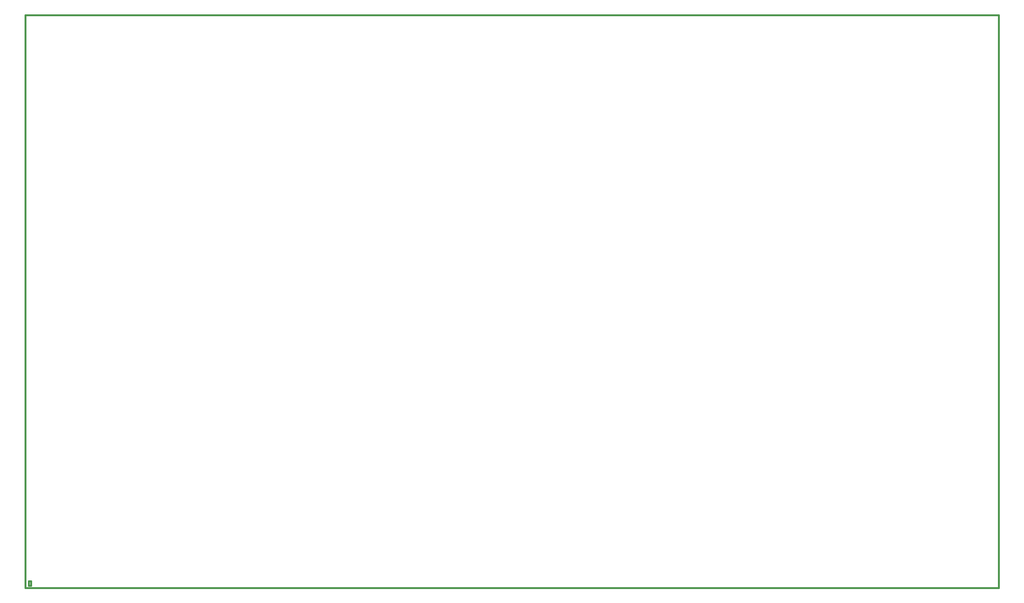
<source format=gko>
%FSLAX33Y33*%
%MOMM*%
%ADD10C,0.381*%
D10*
%LNpath-145*%
G01*
X0Y0D02*
X218200Y0D01*
X218200Y128500*
X0Y128500*
X0Y0*
Manufacturer Part Number
CC0603KRX7R8BB104
F0603E3R00FSTR
CM1213A-01SO
2x1 SIMPLE HEADERS
JUMPTAP-0.1-0603
VIA_1MM_1.6MM
Axoloti_core_PCB_1.1_Header_Only
JUMPTAP-0.1-0603
2772
10-89-7162
254TA103B50B
CRCW060310K0JNEA
APA102C
PAD-CAP-LOWER
PAD-CAP-CENTER
Raspberry Pi B+ GPIO Male Shrouded Header
MPR121QR2
RC0603FR-0775KL
CRCW0603100KFKEA
RV09AF-40-20K-B10K
KEYBOARD_1_OCTAVE_160mm
MCP3008T-I/SL
SN74LVC2T45DCTT
SN74LV1T125DBVR
blacklist
['2x1 SIMPLE HEADERS']
['2772']
['10-89-7162']
['PAD-CAP-LOWER']
['PAD-CAP-CENTER']
['Raspberry Pi B+ GPIO Male Shrouded Header']
['Axoloti_core_PCB_1.1_Header_Only']
endblacklist
X750Y500D02*
X1250Y500D01*
X1250Y1500*
X750Y1500*
X750Y500*
%LNmechanical details_traces*%
M02*
</source>
